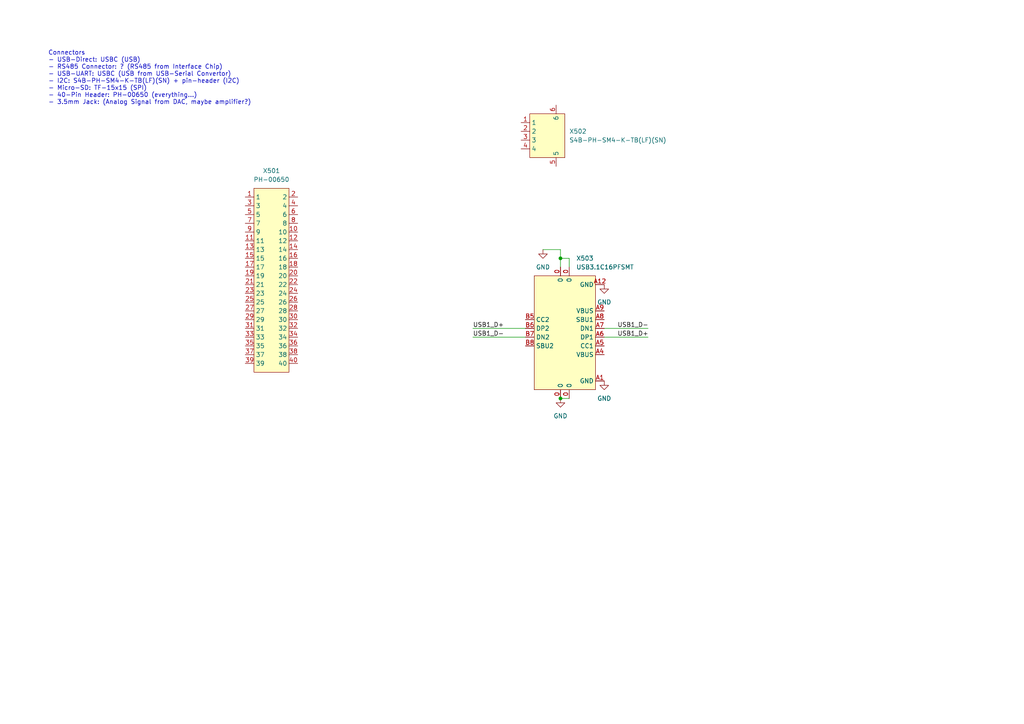
<source format=kicad_sch>
(kicad_sch (version 20211123) (generator eeschema)
  (paper "A4")
  (title_block (title "EduboardV2 Baseboard") (date "2022-06-05") (rev "1") (company "Juventus Technikerschule"))
  (lib_symbols
    (symbol "eduboardv2:PH-00650"
      (property "Reference" "H?" (at 0 29.21 0))
      (property "Value" "PH-00650" (at 0 -29.21 0))
      (symbol "PH-00650_0_1"
        (rectangle (start -5.08 26.67) (end 5.08 -26.67) (fill (type background)))
        (pin unspecified line (at -7.62 24.13 0) (length 2.54) (name "1") (number "1"))
        (pin unspecified line (at 7.62 13.97 180) (length 2.54) (name "10") (number "10"))
        (pin unspecified line (at -7.62 11.43 0) (length 2.54) (name "11") (number "11"))
        (pin unspecified line (at 7.62 11.43 180) (length 2.54) (name "12") (number "12"))
        (pin unspecified line (at -7.62 8.89 0) (length 2.54) (name "13") (number "13"))
        (pin unspecified line (at 7.62 8.89 180) (length 2.54) (name "14") (number "14"))
        (pin unspecified line (at -7.62 6.35 0) (length 2.54) (name "15") (number "15"))
        (pin unspecified line (at 7.62 6.35 180) (length 2.54) (name "16") (number "16"))
        (pin unspecified line (at -7.62 3.81 0) (length 2.54) (name "17") (number "17"))
        (pin unspecified line (at 7.62 3.81 180) (length 2.54) (name "18") (number "18"))
        (pin unspecified line (at -7.62 1.27 0) (length 2.54) (name "19") (number "19"))
        (pin unspecified line (at 7.62 24.13 180) (length 2.54) (name "2") (number "2"))
        (pin unspecified line (at 7.62 1.27 180) (length 2.54) (name "20") (number "20"))
        (pin unspecified line (at -7.62 -1.27 0) (length 2.54) (name "21") (number "21"))
        (pin unspecified line (at 7.62 -1.27 180) (length 2.54) (name "22") (number "22"))
        (pin unspecified line (at -7.62 -3.81 0) (length 2.54) (name "23") (number "23"))
        (pin unspecified line (at 7.62 -3.81 180) (length 2.54) (name "24") (number "24"))
        (pin unspecified line (at -7.62 -6.35 0) (length 2.54) (name "25") (number "25"))
        (pin unspecified line (at 7.62 -6.35 180) (length 2.54) (name "26") (number "26"))
        (pin unspecified line (at -7.62 -8.89 0) (length 2.54) (name "27") (number "27"))
        (pin unspecified line (at 7.62 -8.89 180) (length 2.54) (name "28") (number "28"))
        (pin unspecified line (at -7.62 -11.43 0) (length 2.54) (name "29") (number "29"))
        (pin unspecified line (at -7.62 21.59 0) (length 2.54) (name "3") (number "3"))
        (pin unspecified line (at 7.62 -11.43 180) (length 2.54) (name "30") (number "30"))
        (pin unspecified line (at -7.62 -13.97 0) (length 2.54) (name "31") (number "31"))
        (pin unspecified line (at 7.62 -13.97 180) (length 2.54) (name "32") (number "32"))
        (pin unspecified line (at -7.62 -16.51 0) (length 2.54) (name "33") (number "33"))
        (pin unspecified line (at 7.62 -16.51 180) (length 2.54) (name "34") (number "34"))
        (pin unspecified line (at -7.62 -19.05 0) (length 2.54) (name "35") (number "35"))
        (pin unspecified line (at 7.62 -19.05 180) (length 2.54) (name "36") (number "36"))
        (pin unspecified line (at -7.62 -21.59 0) (length 2.54) (name "37") (number "37"))
        (pin unspecified line (at 7.62 -21.59 180) (length 2.54) (name "38") (number "38"))
        (pin unspecified line (at -7.62 -24.13 0) (length 2.54) (name "39") (number "39"))
        (pin unspecified line (at 7.62 21.59 180) (length 2.54) (name "4") (number "4"))
        (pin unspecified line (at 7.62 -24.13 180) (length 2.54) (name "40") (number "40"))
        (pin unspecified line (at -7.62 19.05 0) (length 2.54) (name "5") (number "5"))
        (pin unspecified line (at 7.62 19.05 180) (length 2.54) (name "6") (number "6"))
        (pin unspecified line (at -7.62 16.51 0) (length 2.54) (name "7") (number "7"))
        (pin unspecified line (at 7.62 16.51 180) (length 2.54) (name "8") (number "8"))
        (pin unspecified line (at -7.62 13.97 0) (length 2.54) (name "9") (number "9"))
      )
    )
    (symbol "eduboardv2:S4B-PH-SM4-K-TB(LF)(SN)"
      (property "Reference" "U?" (at 0 12.7 0))
      (property "Value" "S4B-PH-SM4-K-TB(LF)(SN)" (at 0 -15.24 0))
      (symbol "S4B-PH-SM4-K-TB(LF)(SN)_0_1"
        (rectangle (start -2.54 5.08) (end 7.62 -7.62) (fill (type background)))
        (pin unspecified line (at -5.08 2.54 0) (length 2.54) (name "1") (number "1"))
        (pin unspecified line (at -5.08 0 0) (length 2.54) (name "2") (number "2"))
        (pin unspecified line (at -5.08 -2.54 0) (length 2.54) (name "3") (number "3"))
        (pin unspecified line (at -5.08 -5.08 0) (length 2.54) (name "4") (number "4"))
        (pin unspecified line (at 5.08 -10.16 90) (length 2.54) (name "5") (number "5"))
        (pin unspecified line (at 5.08 7.62 270) (length 2.54) (name "6") (number "6"))
      )
    )
    (symbol "eduboardv2:USB3.1C16PFSMT"
      (property "Reference" "USBC?" (at 0 24.13 0))
      (property "Value" "USB3.1C16PFSMT" (at 0 -24.13 0))
      (symbol "USB3.1C16PFSMT_0_1"
        (rectangle (start -8.89 16.51) (end 8.89 -16.51) (fill (type background)))
        (pin unspecified line (at -1.27 -19.05 90) (length 2.54) (name "0") (number "0"))
        (pin unspecified line (at -1.27 19.05 270) (length 2.54) (name "0") (number "0"))
        (pin unspecified line (at 1.27 -19.05 90) (length 2.54) (name "0") (number "0"))
        (pin unspecified line (at 1.27 19.05 270) (length 2.54) (name "0") (number "0"))
        (pin unspecified line (at 11.43 -13.97 180) (length 2.54) (name "GND") (number "A1"))
        (pin unspecified line (at 11.43 13.97 180) (length 2.54) (name "GND") (number "A12"))
        (pin unspecified line (at 11.43 -6.35 180) (length 2.54) (name "VBUS") (number "A4"))
        (pin unspecified line (at 11.43 -3.81 180) (length 2.54) (name "CC1") (number "A5"))
        (pin unspecified line (at 11.43 -1.27 180) (length 2.54) (name "DP1") (number "A6"))
        (pin unspecified line (at 11.43 1.27 180) (length 2.54) (name "DN1") (number "A7"))
        (pin unspecified line (at 11.43 3.81 180) (length 2.54) (name "SBU1") (number "A8"))
        (pin unspecified line (at 11.43 6.35 180) (length 2.54) (name "VBUS") (number "A9"))
        (pin unspecified line (at -11.43 3.81 0) (length 2.54) (name "CC2") (number "B5"))
        (pin unspecified line (at -11.43 1.27 0) (length 2.54) (name "DP2") (number "B6"))
        (pin unspecified line (at -11.43 -1.27 0) (length 2.54) (name "DN2") (number "B7"))
        (pin unspecified line (at -11.43 -3.81 0) (length 2.54) (name "SBU2") (number "B8"))
      )
    )
    (symbol "power:GND" (power) (pin_names (offset 0))
      (property "Value" "GND" (at 0 -3.81 0))
      (symbol "GND_0_1"
        (polyline (pts (xy 0 0) (xy 0 -1.27) (xy 1.27 -1.27) (xy 0 -2.54) (xy -1.27 -1.27) (xy 0 -1.27)))
      )
      (symbol "GND_1_1"
        (pin power_in line (at 0 0 270) (length 0) hide (name "GND") (number "1"))
      )
    )
  )
  (junction (at 162.56 115.57))
  (junction (at 162.56 74.93))
  (wire (pts (xy 137.16 97.79) (xy 152.4 97.79)))
  (wire (pts (xy 162.56 74.93) (xy 162.56 72.39)))
  (wire (pts (xy 162.56 77.47) (xy 162.56 74.93)))
  (wire (pts (xy 157.48 72.39) (xy 162.56 72.39)))
  (wire (pts (xy 165.1 74.93) (xy 162.56 74.93)))
  (wire (pts (xy 175.26 97.79) (xy 187.96 97.79)))
  (wire (pts (xy 137.16 95.25) (xy 152.4 95.25)))
  (wire (pts (xy 162.56 115.57) (xy 165.1 115.57)))
  (wire (pts (xy 165.1 77.47) (xy 165.1 74.93)))
  (wire (pts (xy 175.26 95.25) (xy 187.96 95.25)))
  (text "Connectors\n- USB-Direct: USBC (USB)\n- RS485 Connector: ? (RS485 from Interface Chip)\n- USB-UART: USBC (USB from USB-Serial Convertor)\n- I2C: S4B-PH-SM4-K-TB(LF)(SN) + pin-header (I2C)\n- Micro-SD: TF-15x15 (SPI)\n- 40-Pin Header: PH-00650 (everything...)\n- 3.5mm Jack: (Analog Signal from DAC, maybe amplifier?)" (at 13.97 30.48 0) (effects (font (size 1.27 1.27)) (justify left bottom)))
  (label "USB1_D+" (at 179.07 97.79 0))
  (label "USB1_D+" (at 137.16 95.25 0))
  (label "USB1_D-" (at 179.07 95.25 0))
  (label "USB1_D-" (at 137.16 97.79 0))
  (symbol (lib_id "power:GND") (at 175.26 82.55 0) (unit 1)
    (property "Reference" "#PWR0503" (effects hide))
    (property "Value" "GND" (at 175.26 87.63 0))
  )
  (symbol (lib_id "eduboardv2:PH-00650") (at 78.74 81.28 0) (unit 1)
    (property "Reference" "X501" (at 78.74 49.53 0))
    (property "Value" "PH-00650" (at 78.74 52.07 0))
    (property "Footprint" "HDR-SMD_40P-P2.54-V-M-R2-C20-S7.8-EH" (effects hide))
    (property "Manufacturer" "Liansheng(连盛)" (effects hide))
    (property "LCSC Part" "C2685175" (effects hide))
    (property "JLC Part" "Extended Part" (effects hide))
    (property "MPN" "PH-00650" (effects hide))
  )
  (symbol (lib_id "power:GND") (at 175.26 110.49 0) (unit 1)
    (property "Reference" "#PWR0504" (effects hide))
    (property "Value" "GND" (at 175.26 115.57 0))
  )
  (symbol (lib_id "power:GND") (at 162.56 115.57 0) (unit 1)
    (property "Reference" "#PWR0502" (effects hide))
    (property "Value" "GND" (at 162.56 120.65 0))
  )
  (symbol (lib_id "power:GND") (at 157.48 72.39 0) (unit 1)
    (property "Reference" "#PWR0501" (effects hide))
    (property "Value" "GND" (at 157.48 77.47 0))
  )
  (symbol (lib_id "eduboardv2:S4B-PH-SM4-K-TB(LF)(SN)") (at 156.21 38.1 0) (unit 1)
    (property "Reference" "X502" (at 165.1 38.0999 0) (effects (justify left)))
    (property "Value" "S4B-PH-SM4-K-TB(LF)(SN)" (at 165.1 40.6399 0) (effects (justify left)))
    (property "Footprint" "CONN-SMD_S4B-PH-SM4-K-TB-LF-SN" (effects hide))
    (property "Datasheet" "https://lcsc.com/product-detail/Others_JST-Sales-America_S4B-PH-SM4-K-TB-LF-SN_JST-Sales-America-S4B-PH-SM4-K-TB-LF-SN_C265332.html" (effects hide))
    (property "Manufacturer" "JST Sales America" (effects hide))
    (property "LCSC Part" "C265332" (effects hide))
    (property "JLC Part" "Extended Part" (effects hide))
    (property "MPN" "S4B-PH-SM4-K-TB(LF)(SN)" (effects hide))
  )
  (symbol (lib_id "eduboardv2:USB3.1C16PFSMT") (at 163.83 96.52 0) (unit 1)
    (property "Reference" "X503" (at 167.1194 74.93 0) (effects (justify left)))
    (property "Value" "USB3.1C16PFSMT" (at 167.1194 77.47 0) (effects (justify left)))
    (property "Footprint" "USB-C-SMD_TYPE-C-USB-17" (effects hide))
    (property "Datasheet" "https://lcsc.com/product-detail/USB-Type-C_USB-3-1-C-16PF-SMT-2-0Type_C167321.html" (effects hide))
    (property "Manufacturer" "LCSC" (effects hide))
    (property "LCSC Part" "C167321" (effects hide))
    (property "JLC Part" "Extended Part" (effects hide))
    (property "MPN" "USB3.1C16PFSMT" (effects hide))
  )
)
</source>
